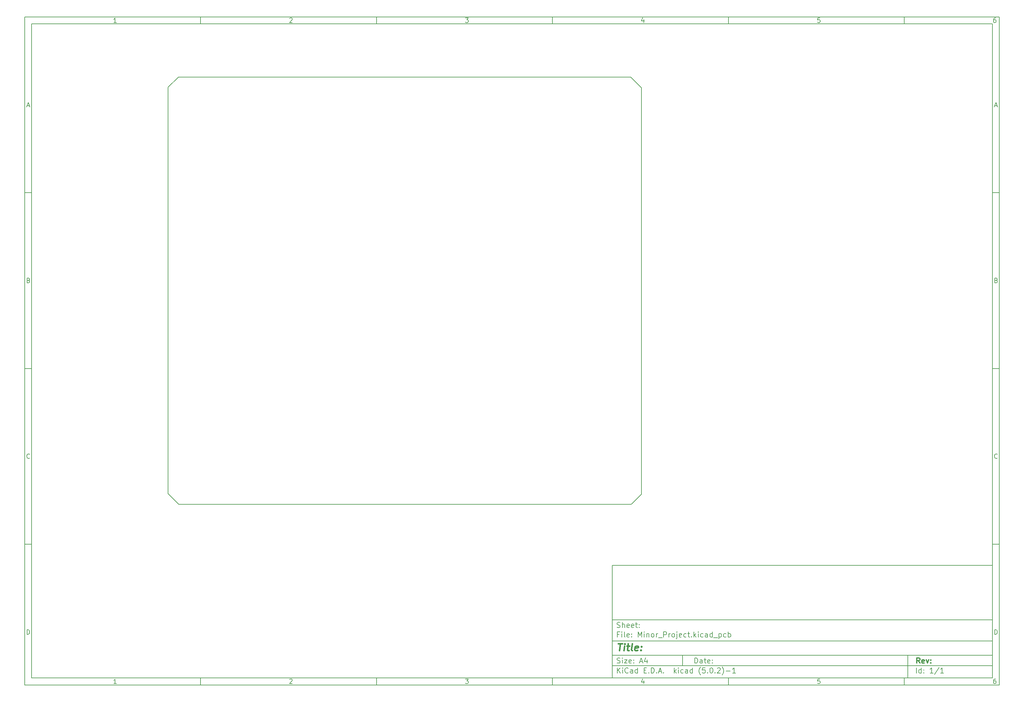
<source format=gbr>
G04 #@! TF.GenerationSoftware,KiCad,Pcbnew,(5.0.2)-1*
G04 #@! TF.CreationDate,2019-08-12T16:14:09+05:45*
G04 #@! TF.ProjectId,Minor_Project,4d696e6f-725f-4507-926f-6a6563742e6b,rev?*
G04 #@! TF.SameCoordinates,Original*
G04 #@! TF.FileFunction,Profile,NP*
%FSLAX46Y46*%
G04 Gerber Fmt 4.6, Leading zero omitted, Abs format (unit mm)*
G04 Created by KiCad (PCBNEW (5.0.2)-1) date 8/12/2019 4:14:09 PM*
%MOMM*%
%LPD*%
G01*
G04 APERTURE LIST*
%ADD10C,0.100000*%
%ADD11C,0.150000*%
%ADD12C,0.300000*%
%ADD13C,0.400000*%
G04 APERTURE END LIST*
D10*
D11*
X177002200Y-166007200D02*
X177002200Y-198007200D01*
X285002200Y-198007200D01*
X285002200Y-166007200D01*
X177002200Y-166007200D01*
D10*
D11*
X10000000Y-10000000D02*
X10000000Y-200007200D01*
X287002200Y-200007200D01*
X287002200Y-10000000D01*
X10000000Y-10000000D01*
D10*
D11*
X12000000Y-12000000D02*
X12000000Y-198007200D01*
X285002200Y-198007200D01*
X285002200Y-12000000D01*
X12000000Y-12000000D01*
D10*
D11*
X60000000Y-12000000D02*
X60000000Y-10000000D01*
D10*
D11*
X110000000Y-12000000D02*
X110000000Y-10000000D01*
D10*
D11*
X160000000Y-12000000D02*
X160000000Y-10000000D01*
D10*
D11*
X210000000Y-12000000D02*
X210000000Y-10000000D01*
D10*
D11*
X260000000Y-12000000D02*
X260000000Y-10000000D01*
D10*
D11*
X36065476Y-11588095D02*
X35322619Y-11588095D01*
X35694047Y-11588095D02*
X35694047Y-10288095D01*
X35570238Y-10473809D01*
X35446428Y-10597619D01*
X35322619Y-10659523D01*
D10*
D11*
X85322619Y-10411904D02*
X85384523Y-10350000D01*
X85508333Y-10288095D01*
X85817857Y-10288095D01*
X85941666Y-10350000D01*
X86003571Y-10411904D01*
X86065476Y-10535714D01*
X86065476Y-10659523D01*
X86003571Y-10845238D01*
X85260714Y-11588095D01*
X86065476Y-11588095D01*
D10*
D11*
X135260714Y-10288095D02*
X136065476Y-10288095D01*
X135632142Y-10783333D01*
X135817857Y-10783333D01*
X135941666Y-10845238D01*
X136003571Y-10907142D01*
X136065476Y-11030952D01*
X136065476Y-11340476D01*
X136003571Y-11464285D01*
X135941666Y-11526190D01*
X135817857Y-11588095D01*
X135446428Y-11588095D01*
X135322619Y-11526190D01*
X135260714Y-11464285D01*
D10*
D11*
X185941666Y-10721428D02*
X185941666Y-11588095D01*
X185632142Y-10226190D02*
X185322619Y-11154761D01*
X186127380Y-11154761D01*
D10*
D11*
X236003571Y-10288095D02*
X235384523Y-10288095D01*
X235322619Y-10907142D01*
X235384523Y-10845238D01*
X235508333Y-10783333D01*
X235817857Y-10783333D01*
X235941666Y-10845238D01*
X236003571Y-10907142D01*
X236065476Y-11030952D01*
X236065476Y-11340476D01*
X236003571Y-11464285D01*
X235941666Y-11526190D01*
X235817857Y-11588095D01*
X235508333Y-11588095D01*
X235384523Y-11526190D01*
X235322619Y-11464285D01*
D10*
D11*
X285941666Y-10288095D02*
X285694047Y-10288095D01*
X285570238Y-10350000D01*
X285508333Y-10411904D01*
X285384523Y-10597619D01*
X285322619Y-10845238D01*
X285322619Y-11340476D01*
X285384523Y-11464285D01*
X285446428Y-11526190D01*
X285570238Y-11588095D01*
X285817857Y-11588095D01*
X285941666Y-11526190D01*
X286003571Y-11464285D01*
X286065476Y-11340476D01*
X286065476Y-11030952D01*
X286003571Y-10907142D01*
X285941666Y-10845238D01*
X285817857Y-10783333D01*
X285570238Y-10783333D01*
X285446428Y-10845238D01*
X285384523Y-10907142D01*
X285322619Y-11030952D01*
D10*
D11*
X60000000Y-198007200D02*
X60000000Y-200007200D01*
D10*
D11*
X110000000Y-198007200D02*
X110000000Y-200007200D01*
D10*
D11*
X160000000Y-198007200D02*
X160000000Y-200007200D01*
D10*
D11*
X210000000Y-198007200D02*
X210000000Y-200007200D01*
D10*
D11*
X260000000Y-198007200D02*
X260000000Y-200007200D01*
D10*
D11*
X36065476Y-199595295D02*
X35322619Y-199595295D01*
X35694047Y-199595295D02*
X35694047Y-198295295D01*
X35570238Y-198481009D01*
X35446428Y-198604819D01*
X35322619Y-198666723D01*
D10*
D11*
X85322619Y-198419104D02*
X85384523Y-198357200D01*
X85508333Y-198295295D01*
X85817857Y-198295295D01*
X85941666Y-198357200D01*
X86003571Y-198419104D01*
X86065476Y-198542914D01*
X86065476Y-198666723D01*
X86003571Y-198852438D01*
X85260714Y-199595295D01*
X86065476Y-199595295D01*
D10*
D11*
X135260714Y-198295295D02*
X136065476Y-198295295D01*
X135632142Y-198790533D01*
X135817857Y-198790533D01*
X135941666Y-198852438D01*
X136003571Y-198914342D01*
X136065476Y-199038152D01*
X136065476Y-199347676D01*
X136003571Y-199471485D01*
X135941666Y-199533390D01*
X135817857Y-199595295D01*
X135446428Y-199595295D01*
X135322619Y-199533390D01*
X135260714Y-199471485D01*
D10*
D11*
X185941666Y-198728628D02*
X185941666Y-199595295D01*
X185632142Y-198233390D02*
X185322619Y-199161961D01*
X186127380Y-199161961D01*
D10*
D11*
X236003571Y-198295295D02*
X235384523Y-198295295D01*
X235322619Y-198914342D01*
X235384523Y-198852438D01*
X235508333Y-198790533D01*
X235817857Y-198790533D01*
X235941666Y-198852438D01*
X236003571Y-198914342D01*
X236065476Y-199038152D01*
X236065476Y-199347676D01*
X236003571Y-199471485D01*
X235941666Y-199533390D01*
X235817857Y-199595295D01*
X235508333Y-199595295D01*
X235384523Y-199533390D01*
X235322619Y-199471485D01*
D10*
D11*
X285941666Y-198295295D02*
X285694047Y-198295295D01*
X285570238Y-198357200D01*
X285508333Y-198419104D01*
X285384523Y-198604819D01*
X285322619Y-198852438D01*
X285322619Y-199347676D01*
X285384523Y-199471485D01*
X285446428Y-199533390D01*
X285570238Y-199595295D01*
X285817857Y-199595295D01*
X285941666Y-199533390D01*
X286003571Y-199471485D01*
X286065476Y-199347676D01*
X286065476Y-199038152D01*
X286003571Y-198914342D01*
X285941666Y-198852438D01*
X285817857Y-198790533D01*
X285570238Y-198790533D01*
X285446428Y-198852438D01*
X285384523Y-198914342D01*
X285322619Y-199038152D01*
D10*
D11*
X10000000Y-60000000D02*
X12000000Y-60000000D01*
D10*
D11*
X10000000Y-110000000D02*
X12000000Y-110000000D01*
D10*
D11*
X10000000Y-160000000D02*
X12000000Y-160000000D01*
D10*
D11*
X10690476Y-35216666D02*
X11309523Y-35216666D01*
X10566666Y-35588095D02*
X11000000Y-34288095D01*
X11433333Y-35588095D01*
D10*
D11*
X11092857Y-84907142D02*
X11278571Y-84969047D01*
X11340476Y-85030952D01*
X11402380Y-85154761D01*
X11402380Y-85340476D01*
X11340476Y-85464285D01*
X11278571Y-85526190D01*
X11154761Y-85588095D01*
X10659523Y-85588095D01*
X10659523Y-84288095D01*
X11092857Y-84288095D01*
X11216666Y-84350000D01*
X11278571Y-84411904D01*
X11340476Y-84535714D01*
X11340476Y-84659523D01*
X11278571Y-84783333D01*
X11216666Y-84845238D01*
X11092857Y-84907142D01*
X10659523Y-84907142D01*
D10*
D11*
X11402380Y-135464285D02*
X11340476Y-135526190D01*
X11154761Y-135588095D01*
X11030952Y-135588095D01*
X10845238Y-135526190D01*
X10721428Y-135402380D01*
X10659523Y-135278571D01*
X10597619Y-135030952D01*
X10597619Y-134845238D01*
X10659523Y-134597619D01*
X10721428Y-134473809D01*
X10845238Y-134350000D01*
X11030952Y-134288095D01*
X11154761Y-134288095D01*
X11340476Y-134350000D01*
X11402380Y-134411904D01*
D10*
D11*
X10659523Y-185588095D02*
X10659523Y-184288095D01*
X10969047Y-184288095D01*
X11154761Y-184350000D01*
X11278571Y-184473809D01*
X11340476Y-184597619D01*
X11402380Y-184845238D01*
X11402380Y-185030952D01*
X11340476Y-185278571D01*
X11278571Y-185402380D01*
X11154761Y-185526190D01*
X10969047Y-185588095D01*
X10659523Y-185588095D01*
D10*
D11*
X287002200Y-60000000D02*
X285002200Y-60000000D01*
D10*
D11*
X287002200Y-110000000D02*
X285002200Y-110000000D01*
D10*
D11*
X287002200Y-160000000D02*
X285002200Y-160000000D01*
D10*
D11*
X285692676Y-35216666D02*
X286311723Y-35216666D01*
X285568866Y-35588095D02*
X286002200Y-34288095D01*
X286435533Y-35588095D01*
D10*
D11*
X286095057Y-84907142D02*
X286280771Y-84969047D01*
X286342676Y-85030952D01*
X286404580Y-85154761D01*
X286404580Y-85340476D01*
X286342676Y-85464285D01*
X286280771Y-85526190D01*
X286156961Y-85588095D01*
X285661723Y-85588095D01*
X285661723Y-84288095D01*
X286095057Y-84288095D01*
X286218866Y-84350000D01*
X286280771Y-84411904D01*
X286342676Y-84535714D01*
X286342676Y-84659523D01*
X286280771Y-84783333D01*
X286218866Y-84845238D01*
X286095057Y-84907142D01*
X285661723Y-84907142D01*
D10*
D11*
X286404580Y-135464285D02*
X286342676Y-135526190D01*
X286156961Y-135588095D01*
X286033152Y-135588095D01*
X285847438Y-135526190D01*
X285723628Y-135402380D01*
X285661723Y-135278571D01*
X285599819Y-135030952D01*
X285599819Y-134845238D01*
X285661723Y-134597619D01*
X285723628Y-134473809D01*
X285847438Y-134350000D01*
X286033152Y-134288095D01*
X286156961Y-134288095D01*
X286342676Y-134350000D01*
X286404580Y-134411904D01*
D10*
D11*
X285661723Y-185588095D02*
X285661723Y-184288095D01*
X285971247Y-184288095D01*
X286156961Y-184350000D01*
X286280771Y-184473809D01*
X286342676Y-184597619D01*
X286404580Y-184845238D01*
X286404580Y-185030952D01*
X286342676Y-185278571D01*
X286280771Y-185402380D01*
X286156961Y-185526190D01*
X285971247Y-185588095D01*
X285661723Y-185588095D01*
D10*
D11*
X200434342Y-193785771D02*
X200434342Y-192285771D01*
X200791485Y-192285771D01*
X201005771Y-192357200D01*
X201148628Y-192500057D01*
X201220057Y-192642914D01*
X201291485Y-192928628D01*
X201291485Y-193142914D01*
X201220057Y-193428628D01*
X201148628Y-193571485D01*
X201005771Y-193714342D01*
X200791485Y-193785771D01*
X200434342Y-193785771D01*
X202577200Y-193785771D02*
X202577200Y-193000057D01*
X202505771Y-192857200D01*
X202362914Y-192785771D01*
X202077200Y-192785771D01*
X201934342Y-192857200D01*
X202577200Y-193714342D02*
X202434342Y-193785771D01*
X202077200Y-193785771D01*
X201934342Y-193714342D01*
X201862914Y-193571485D01*
X201862914Y-193428628D01*
X201934342Y-193285771D01*
X202077200Y-193214342D01*
X202434342Y-193214342D01*
X202577200Y-193142914D01*
X203077200Y-192785771D02*
X203648628Y-192785771D01*
X203291485Y-192285771D02*
X203291485Y-193571485D01*
X203362914Y-193714342D01*
X203505771Y-193785771D01*
X203648628Y-193785771D01*
X204720057Y-193714342D02*
X204577200Y-193785771D01*
X204291485Y-193785771D01*
X204148628Y-193714342D01*
X204077200Y-193571485D01*
X204077200Y-193000057D01*
X204148628Y-192857200D01*
X204291485Y-192785771D01*
X204577200Y-192785771D01*
X204720057Y-192857200D01*
X204791485Y-193000057D01*
X204791485Y-193142914D01*
X204077200Y-193285771D01*
X205434342Y-193642914D02*
X205505771Y-193714342D01*
X205434342Y-193785771D01*
X205362914Y-193714342D01*
X205434342Y-193642914D01*
X205434342Y-193785771D01*
X205434342Y-192857200D02*
X205505771Y-192928628D01*
X205434342Y-193000057D01*
X205362914Y-192928628D01*
X205434342Y-192857200D01*
X205434342Y-193000057D01*
D10*
D11*
X177002200Y-194507200D02*
X285002200Y-194507200D01*
D10*
D11*
X178434342Y-196585771D02*
X178434342Y-195085771D01*
X179291485Y-196585771D02*
X178648628Y-195728628D01*
X179291485Y-195085771D02*
X178434342Y-195942914D01*
X179934342Y-196585771D02*
X179934342Y-195585771D01*
X179934342Y-195085771D02*
X179862914Y-195157200D01*
X179934342Y-195228628D01*
X180005771Y-195157200D01*
X179934342Y-195085771D01*
X179934342Y-195228628D01*
X181505771Y-196442914D02*
X181434342Y-196514342D01*
X181220057Y-196585771D01*
X181077200Y-196585771D01*
X180862914Y-196514342D01*
X180720057Y-196371485D01*
X180648628Y-196228628D01*
X180577200Y-195942914D01*
X180577200Y-195728628D01*
X180648628Y-195442914D01*
X180720057Y-195300057D01*
X180862914Y-195157200D01*
X181077200Y-195085771D01*
X181220057Y-195085771D01*
X181434342Y-195157200D01*
X181505771Y-195228628D01*
X182791485Y-196585771D02*
X182791485Y-195800057D01*
X182720057Y-195657200D01*
X182577200Y-195585771D01*
X182291485Y-195585771D01*
X182148628Y-195657200D01*
X182791485Y-196514342D02*
X182648628Y-196585771D01*
X182291485Y-196585771D01*
X182148628Y-196514342D01*
X182077200Y-196371485D01*
X182077200Y-196228628D01*
X182148628Y-196085771D01*
X182291485Y-196014342D01*
X182648628Y-196014342D01*
X182791485Y-195942914D01*
X184148628Y-196585771D02*
X184148628Y-195085771D01*
X184148628Y-196514342D02*
X184005771Y-196585771D01*
X183720057Y-196585771D01*
X183577200Y-196514342D01*
X183505771Y-196442914D01*
X183434342Y-196300057D01*
X183434342Y-195871485D01*
X183505771Y-195728628D01*
X183577200Y-195657200D01*
X183720057Y-195585771D01*
X184005771Y-195585771D01*
X184148628Y-195657200D01*
X186005771Y-195800057D02*
X186505771Y-195800057D01*
X186720057Y-196585771D02*
X186005771Y-196585771D01*
X186005771Y-195085771D01*
X186720057Y-195085771D01*
X187362914Y-196442914D02*
X187434342Y-196514342D01*
X187362914Y-196585771D01*
X187291485Y-196514342D01*
X187362914Y-196442914D01*
X187362914Y-196585771D01*
X188077200Y-196585771D02*
X188077200Y-195085771D01*
X188434342Y-195085771D01*
X188648628Y-195157200D01*
X188791485Y-195300057D01*
X188862914Y-195442914D01*
X188934342Y-195728628D01*
X188934342Y-195942914D01*
X188862914Y-196228628D01*
X188791485Y-196371485D01*
X188648628Y-196514342D01*
X188434342Y-196585771D01*
X188077200Y-196585771D01*
X189577200Y-196442914D02*
X189648628Y-196514342D01*
X189577200Y-196585771D01*
X189505771Y-196514342D01*
X189577200Y-196442914D01*
X189577200Y-196585771D01*
X190220057Y-196157200D02*
X190934342Y-196157200D01*
X190077200Y-196585771D02*
X190577200Y-195085771D01*
X191077200Y-196585771D01*
X191577200Y-196442914D02*
X191648628Y-196514342D01*
X191577200Y-196585771D01*
X191505771Y-196514342D01*
X191577200Y-196442914D01*
X191577200Y-196585771D01*
X194577200Y-196585771D02*
X194577200Y-195085771D01*
X194720057Y-196014342D02*
X195148628Y-196585771D01*
X195148628Y-195585771D02*
X194577200Y-196157200D01*
X195791485Y-196585771D02*
X195791485Y-195585771D01*
X195791485Y-195085771D02*
X195720057Y-195157200D01*
X195791485Y-195228628D01*
X195862914Y-195157200D01*
X195791485Y-195085771D01*
X195791485Y-195228628D01*
X197148628Y-196514342D02*
X197005771Y-196585771D01*
X196720057Y-196585771D01*
X196577200Y-196514342D01*
X196505771Y-196442914D01*
X196434342Y-196300057D01*
X196434342Y-195871485D01*
X196505771Y-195728628D01*
X196577200Y-195657200D01*
X196720057Y-195585771D01*
X197005771Y-195585771D01*
X197148628Y-195657200D01*
X198434342Y-196585771D02*
X198434342Y-195800057D01*
X198362914Y-195657200D01*
X198220057Y-195585771D01*
X197934342Y-195585771D01*
X197791485Y-195657200D01*
X198434342Y-196514342D02*
X198291485Y-196585771D01*
X197934342Y-196585771D01*
X197791485Y-196514342D01*
X197720057Y-196371485D01*
X197720057Y-196228628D01*
X197791485Y-196085771D01*
X197934342Y-196014342D01*
X198291485Y-196014342D01*
X198434342Y-195942914D01*
X199791485Y-196585771D02*
X199791485Y-195085771D01*
X199791485Y-196514342D02*
X199648628Y-196585771D01*
X199362914Y-196585771D01*
X199220057Y-196514342D01*
X199148628Y-196442914D01*
X199077200Y-196300057D01*
X199077200Y-195871485D01*
X199148628Y-195728628D01*
X199220057Y-195657200D01*
X199362914Y-195585771D01*
X199648628Y-195585771D01*
X199791485Y-195657200D01*
X202077200Y-197157200D02*
X202005771Y-197085771D01*
X201862914Y-196871485D01*
X201791485Y-196728628D01*
X201720057Y-196514342D01*
X201648628Y-196157200D01*
X201648628Y-195871485D01*
X201720057Y-195514342D01*
X201791485Y-195300057D01*
X201862914Y-195157200D01*
X202005771Y-194942914D01*
X202077200Y-194871485D01*
X203362914Y-195085771D02*
X202648628Y-195085771D01*
X202577200Y-195800057D01*
X202648628Y-195728628D01*
X202791485Y-195657200D01*
X203148628Y-195657200D01*
X203291485Y-195728628D01*
X203362914Y-195800057D01*
X203434342Y-195942914D01*
X203434342Y-196300057D01*
X203362914Y-196442914D01*
X203291485Y-196514342D01*
X203148628Y-196585771D01*
X202791485Y-196585771D01*
X202648628Y-196514342D01*
X202577200Y-196442914D01*
X204077200Y-196442914D02*
X204148628Y-196514342D01*
X204077200Y-196585771D01*
X204005771Y-196514342D01*
X204077200Y-196442914D01*
X204077200Y-196585771D01*
X205077200Y-195085771D02*
X205220057Y-195085771D01*
X205362914Y-195157200D01*
X205434342Y-195228628D01*
X205505771Y-195371485D01*
X205577200Y-195657200D01*
X205577200Y-196014342D01*
X205505771Y-196300057D01*
X205434342Y-196442914D01*
X205362914Y-196514342D01*
X205220057Y-196585771D01*
X205077200Y-196585771D01*
X204934342Y-196514342D01*
X204862914Y-196442914D01*
X204791485Y-196300057D01*
X204720057Y-196014342D01*
X204720057Y-195657200D01*
X204791485Y-195371485D01*
X204862914Y-195228628D01*
X204934342Y-195157200D01*
X205077200Y-195085771D01*
X206220057Y-196442914D02*
X206291485Y-196514342D01*
X206220057Y-196585771D01*
X206148628Y-196514342D01*
X206220057Y-196442914D01*
X206220057Y-196585771D01*
X206862914Y-195228628D02*
X206934342Y-195157200D01*
X207077200Y-195085771D01*
X207434342Y-195085771D01*
X207577200Y-195157200D01*
X207648628Y-195228628D01*
X207720057Y-195371485D01*
X207720057Y-195514342D01*
X207648628Y-195728628D01*
X206791485Y-196585771D01*
X207720057Y-196585771D01*
X208220057Y-197157200D02*
X208291485Y-197085771D01*
X208434342Y-196871485D01*
X208505771Y-196728628D01*
X208577200Y-196514342D01*
X208648628Y-196157200D01*
X208648628Y-195871485D01*
X208577200Y-195514342D01*
X208505771Y-195300057D01*
X208434342Y-195157200D01*
X208291485Y-194942914D01*
X208220057Y-194871485D01*
X209362914Y-196014342D02*
X210505771Y-196014342D01*
X212005771Y-196585771D02*
X211148628Y-196585771D01*
X211577200Y-196585771D02*
X211577200Y-195085771D01*
X211434342Y-195300057D01*
X211291485Y-195442914D01*
X211148628Y-195514342D01*
D10*
D11*
X177002200Y-191507200D02*
X285002200Y-191507200D01*
D10*
D12*
X264411485Y-193785771D02*
X263911485Y-193071485D01*
X263554342Y-193785771D02*
X263554342Y-192285771D01*
X264125771Y-192285771D01*
X264268628Y-192357200D01*
X264340057Y-192428628D01*
X264411485Y-192571485D01*
X264411485Y-192785771D01*
X264340057Y-192928628D01*
X264268628Y-193000057D01*
X264125771Y-193071485D01*
X263554342Y-193071485D01*
X265625771Y-193714342D02*
X265482914Y-193785771D01*
X265197200Y-193785771D01*
X265054342Y-193714342D01*
X264982914Y-193571485D01*
X264982914Y-193000057D01*
X265054342Y-192857200D01*
X265197200Y-192785771D01*
X265482914Y-192785771D01*
X265625771Y-192857200D01*
X265697200Y-193000057D01*
X265697200Y-193142914D01*
X264982914Y-193285771D01*
X266197200Y-192785771D02*
X266554342Y-193785771D01*
X266911485Y-192785771D01*
X267482914Y-193642914D02*
X267554342Y-193714342D01*
X267482914Y-193785771D01*
X267411485Y-193714342D01*
X267482914Y-193642914D01*
X267482914Y-193785771D01*
X267482914Y-192857200D02*
X267554342Y-192928628D01*
X267482914Y-193000057D01*
X267411485Y-192928628D01*
X267482914Y-192857200D01*
X267482914Y-193000057D01*
D10*
D11*
X178362914Y-193714342D02*
X178577200Y-193785771D01*
X178934342Y-193785771D01*
X179077200Y-193714342D01*
X179148628Y-193642914D01*
X179220057Y-193500057D01*
X179220057Y-193357200D01*
X179148628Y-193214342D01*
X179077200Y-193142914D01*
X178934342Y-193071485D01*
X178648628Y-193000057D01*
X178505771Y-192928628D01*
X178434342Y-192857200D01*
X178362914Y-192714342D01*
X178362914Y-192571485D01*
X178434342Y-192428628D01*
X178505771Y-192357200D01*
X178648628Y-192285771D01*
X179005771Y-192285771D01*
X179220057Y-192357200D01*
X179862914Y-193785771D02*
X179862914Y-192785771D01*
X179862914Y-192285771D02*
X179791485Y-192357200D01*
X179862914Y-192428628D01*
X179934342Y-192357200D01*
X179862914Y-192285771D01*
X179862914Y-192428628D01*
X180434342Y-192785771D02*
X181220057Y-192785771D01*
X180434342Y-193785771D01*
X181220057Y-193785771D01*
X182362914Y-193714342D02*
X182220057Y-193785771D01*
X181934342Y-193785771D01*
X181791485Y-193714342D01*
X181720057Y-193571485D01*
X181720057Y-193000057D01*
X181791485Y-192857200D01*
X181934342Y-192785771D01*
X182220057Y-192785771D01*
X182362914Y-192857200D01*
X182434342Y-193000057D01*
X182434342Y-193142914D01*
X181720057Y-193285771D01*
X183077200Y-193642914D02*
X183148628Y-193714342D01*
X183077200Y-193785771D01*
X183005771Y-193714342D01*
X183077200Y-193642914D01*
X183077200Y-193785771D01*
X183077200Y-192857200D02*
X183148628Y-192928628D01*
X183077200Y-193000057D01*
X183005771Y-192928628D01*
X183077200Y-192857200D01*
X183077200Y-193000057D01*
X184862914Y-193357200D02*
X185577200Y-193357200D01*
X184720057Y-193785771D02*
X185220057Y-192285771D01*
X185720057Y-193785771D01*
X186862914Y-192785771D02*
X186862914Y-193785771D01*
X186505771Y-192214342D02*
X186148628Y-193285771D01*
X187077200Y-193285771D01*
D10*
D11*
X263434342Y-196585771D02*
X263434342Y-195085771D01*
X264791485Y-196585771D02*
X264791485Y-195085771D01*
X264791485Y-196514342D02*
X264648628Y-196585771D01*
X264362914Y-196585771D01*
X264220057Y-196514342D01*
X264148628Y-196442914D01*
X264077200Y-196300057D01*
X264077200Y-195871485D01*
X264148628Y-195728628D01*
X264220057Y-195657200D01*
X264362914Y-195585771D01*
X264648628Y-195585771D01*
X264791485Y-195657200D01*
X265505771Y-196442914D02*
X265577200Y-196514342D01*
X265505771Y-196585771D01*
X265434342Y-196514342D01*
X265505771Y-196442914D01*
X265505771Y-196585771D01*
X265505771Y-195657200D02*
X265577200Y-195728628D01*
X265505771Y-195800057D01*
X265434342Y-195728628D01*
X265505771Y-195657200D01*
X265505771Y-195800057D01*
X268148628Y-196585771D02*
X267291485Y-196585771D01*
X267720057Y-196585771D02*
X267720057Y-195085771D01*
X267577200Y-195300057D01*
X267434342Y-195442914D01*
X267291485Y-195514342D01*
X269862914Y-195014342D02*
X268577200Y-196942914D01*
X271148628Y-196585771D02*
X270291485Y-196585771D01*
X270720057Y-196585771D02*
X270720057Y-195085771D01*
X270577200Y-195300057D01*
X270434342Y-195442914D01*
X270291485Y-195514342D01*
D10*
D11*
X177002200Y-187507200D02*
X285002200Y-187507200D01*
D10*
D13*
X178714580Y-188211961D02*
X179857438Y-188211961D01*
X179036009Y-190211961D02*
X179286009Y-188211961D01*
X180274104Y-190211961D02*
X180440771Y-188878628D01*
X180524104Y-188211961D02*
X180416961Y-188307200D01*
X180500295Y-188402438D01*
X180607438Y-188307200D01*
X180524104Y-188211961D01*
X180500295Y-188402438D01*
X181107438Y-188878628D02*
X181869342Y-188878628D01*
X181476485Y-188211961D02*
X181262200Y-189926247D01*
X181333628Y-190116723D01*
X181512200Y-190211961D01*
X181702676Y-190211961D01*
X182655057Y-190211961D02*
X182476485Y-190116723D01*
X182405057Y-189926247D01*
X182619342Y-188211961D01*
X184190771Y-190116723D02*
X183988390Y-190211961D01*
X183607438Y-190211961D01*
X183428866Y-190116723D01*
X183357438Y-189926247D01*
X183452676Y-189164342D01*
X183571723Y-188973866D01*
X183774104Y-188878628D01*
X184155057Y-188878628D01*
X184333628Y-188973866D01*
X184405057Y-189164342D01*
X184381247Y-189354819D01*
X183405057Y-189545295D01*
X185155057Y-190021485D02*
X185238390Y-190116723D01*
X185131247Y-190211961D01*
X185047914Y-190116723D01*
X185155057Y-190021485D01*
X185131247Y-190211961D01*
X185286009Y-188973866D02*
X185369342Y-189069104D01*
X185262200Y-189164342D01*
X185178866Y-189069104D01*
X185286009Y-188973866D01*
X185262200Y-189164342D01*
D10*
D11*
X178934342Y-185600057D02*
X178434342Y-185600057D01*
X178434342Y-186385771D02*
X178434342Y-184885771D01*
X179148628Y-184885771D01*
X179720057Y-186385771D02*
X179720057Y-185385771D01*
X179720057Y-184885771D02*
X179648628Y-184957200D01*
X179720057Y-185028628D01*
X179791485Y-184957200D01*
X179720057Y-184885771D01*
X179720057Y-185028628D01*
X180648628Y-186385771D02*
X180505771Y-186314342D01*
X180434342Y-186171485D01*
X180434342Y-184885771D01*
X181791485Y-186314342D02*
X181648628Y-186385771D01*
X181362914Y-186385771D01*
X181220057Y-186314342D01*
X181148628Y-186171485D01*
X181148628Y-185600057D01*
X181220057Y-185457200D01*
X181362914Y-185385771D01*
X181648628Y-185385771D01*
X181791485Y-185457200D01*
X181862914Y-185600057D01*
X181862914Y-185742914D01*
X181148628Y-185885771D01*
X182505771Y-186242914D02*
X182577200Y-186314342D01*
X182505771Y-186385771D01*
X182434342Y-186314342D01*
X182505771Y-186242914D01*
X182505771Y-186385771D01*
X182505771Y-185457200D02*
X182577200Y-185528628D01*
X182505771Y-185600057D01*
X182434342Y-185528628D01*
X182505771Y-185457200D01*
X182505771Y-185600057D01*
X184362914Y-186385771D02*
X184362914Y-184885771D01*
X184862914Y-185957200D01*
X185362914Y-184885771D01*
X185362914Y-186385771D01*
X186077200Y-186385771D02*
X186077200Y-185385771D01*
X186077200Y-184885771D02*
X186005771Y-184957200D01*
X186077200Y-185028628D01*
X186148628Y-184957200D01*
X186077200Y-184885771D01*
X186077200Y-185028628D01*
X186791485Y-185385771D02*
X186791485Y-186385771D01*
X186791485Y-185528628D02*
X186862914Y-185457200D01*
X187005771Y-185385771D01*
X187220057Y-185385771D01*
X187362914Y-185457200D01*
X187434342Y-185600057D01*
X187434342Y-186385771D01*
X188362914Y-186385771D02*
X188220057Y-186314342D01*
X188148628Y-186242914D01*
X188077200Y-186100057D01*
X188077200Y-185671485D01*
X188148628Y-185528628D01*
X188220057Y-185457200D01*
X188362914Y-185385771D01*
X188577200Y-185385771D01*
X188720057Y-185457200D01*
X188791485Y-185528628D01*
X188862914Y-185671485D01*
X188862914Y-186100057D01*
X188791485Y-186242914D01*
X188720057Y-186314342D01*
X188577200Y-186385771D01*
X188362914Y-186385771D01*
X189505771Y-186385771D02*
X189505771Y-185385771D01*
X189505771Y-185671485D02*
X189577200Y-185528628D01*
X189648628Y-185457200D01*
X189791485Y-185385771D01*
X189934342Y-185385771D01*
X190077200Y-186528628D02*
X191220057Y-186528628D01*
X191577200Y-186385771D02*
X191577200Y-184885771D01*
X192148628Y-184885771D01*
X192291485Y-184957200D01*
X192362914Y-185028628D01*
X192434342Y-185171485D01*
X192434342Y-185385771D01*
X192362914Y-185528628D01*
X192291485Y-185600057D01*
X192148628Y-185671485D01*
X191577200Y-185671485D01*
X193077200Y-186385771D02*
X193077200Y-185385771D01*
X193077200Y-185671485D02*
X193148628Y-185528628D01*
X193220057Y-185457200D01*
X193362914Y-185385771D01*
X193505771Y-185385771D01*
X194220057Y-186385771D02*
X194077200Y-186314342D01*
X194005771Y-186242914D01*
X193934342Y-186100057D01*
X193934342Y-185671485D01*
X194005771Y-185528628D01*
X194077200Y-185457200D01*
X194220057Y-185385771D01*
X194434342Y-185385771D01*
X194577200Y-185457200D01*
X194648628Y-185528628D01*
X194720057Y-185671485D01*
X194720057Y-186100057D01*
X194648628Y-186242914D01*
X194577200Y-186314342D01*
X194434342Y-186385771D01*
X194220057Y-186385771D01*
X195362914Y-185385771D02*
X195362914Y-186671485D01*
X195291485Y-186814342D01*
X195148628Y-186885771D01*
X195077200Y-186885771D01*
X195362914Y-184885771D02*
X195291485Y-184957200D01*
X195362914Y-185028628D01*
X195434342Y-184957200D01*
X195362914Y-184885771D01*
X195362914Y-185028628D01*
X196648628Y-186314342D02*
X196505771Y-186385771D01*
X196220057Y-186385771D01*
X196077200Y-186314342D01*
X196005771Y-186171485D01*
X196005771Y-185600057D01*
X196077200Y-185457200D01*
X196220057Y-185385771D01*
X196505771Y-185385771D01*
X196648628Y-185457200D01*
X196720057Y-185600057D01*
X196720057Y-185742914D01*
X196005771Y-185885771D01*
X198005771Y-186314342D02*
X197862914Y-186385771D01*
X197577200Y-186385771D01*
X197434342Y-186314342D01*
X197362914Y-186242914D01*
X197291485Y-186100057D01*
X197291485Y-185671485D01*
X197362914Y-185528628D01*
X197434342Y-185457200D01*
X197577200Y-185385771D01*
X197862914Y-185385771D01*
X198005771Y-185457200D01*
X198434342Y-185385771D02*
X199005771Y-185385771D01*
X198648628Y-184885771D02*
X198648628Y-186171485D01*
X198720057Y-186314342D01*
X198862914Y-186385771D01*
X199005771Y-186385771D01*
X199505771Y-186242914D02*
X199577200Y-186314342D01*
X199505771Y-186385771D01*
X199434342Y-186314342D01*
X199505771Y-186242914D01*
X199505771Y-186385771D01*
X200220057Y-186385771D02*
X200220057Y-184885771D01*
X200362914Y-185814342D02*
X200791485Y-186385771D01*
X200791485Y-185385771D02*
X200220057Y-185957200D01*
X201434342Y-186385771D02*
X201434342Y-185385771D01*
X201434342Y-184885771D02*
X201362914Y-184957200D01*
X201434342Y-185028628D01*
X201505771Y-184957200D01*
X201434342Y-184885771D01*
X201434342Y-185028628D01*
X202791485Y-186314342D02*
X202648628Y-186385771D01*
X202362914Y-186385771D01*
X202220057Y-186314342D01*
X202148628Y-186242914D01*
X202077200Y-186100057D01*
X202077200Y-185671485D01*
X202148628Y-185528628D01*
X202220057Y-185457200D01*
X202362914Y-185385771D01*
X202648628Y-185385771D01*
X202791485Y-185457200D01*
X204077200Y-186385771D02*
X204077200Y-185600057D01*
X204005771Y-185457200D01*
X203862914Y-185385771D01*
X203577200Y-185385771D01*
X203434342Y-185457200D01*
X204077200Y-186314342D02*
X203934342Y-186385771D01*
X203577200Y-186385771D01*
X203434342Y-186314342D01*
X203362914Y-186171485D01*
X203362914Y-186028628D01*
X203434342Y-185885771D01*
X203577200Y-185814342D01*
X203934342Y-185814342D01*
X204077200Y-185742914D01*
X205434342Y-186385771D02*
X205434342Y-184885771D01*
X205434342Y-186314342D02*
X205291485Y-186385771D01*
X205005771Y-186385771D01*
X204862914Y-186314342D01*
X204791485Y-186242914D01*
X204720057Y-186100057D01*
X204720057Y-185671485D01*
X204791485Y-185528628D01*
X204862914Y-185457200D01*
X205005771Y-185385771D01*
X205291485Y-185385771D01*
X205434342Y-185457200D01*
X205791485Y-186528628D02*
X206934342Y-186528628D01*
X207291485Y-185385771D02*
X207291485Y-186885771D01*
X207291485Y-185457200D02*
X207434342Y-185385771D01*
X207720057Y-185385771D01*
X207862914Y-185457200D01*
X207934342Y-185528628D01*
X208005771Y-185671485D01*
X208005771Y-186100057D01*
X207934342Y-186242914D01*
X207862914Y-186314342D01*
X207720057Y-186385771D01*
X207434342Y-186385771D01*
X207291485Y-186314342D01*
X209291485Y-186314342D02*
X209148628Y-186385771D01*
X208862914Y-186385771D01*
X208720057Y-186314342D01*
X208648628Y-186242914D01*
X208577200Y-186100057D01*
X208577200Y-185671485D01*
X208648628Y-185528628D01*
X208720057Y-185457200D01*
X208862914Y-185385771D01*
X209148628Y-185385771D01*
X209291485Y-185457200D01*
X209934342Y-186385771D02*
X209934342Y-184885771D01*
X209934342Y-185457200D02*
X210077200Y-185385771D01*
X210362914Y-185385771D01*
X210505771Y-185457200D01*
X210577200Y-185528628D01*
X210648628Y-185671485D01*
X210648628Y-186100057D01*
X210577200Y-186242914D01*
X210505771Y-186314342D01*
X210362914Y-186385771D01*
X210077200Y-186385771D01*
X209934342Y-186314342D01*
D10*
D11*
X177002200Y-181507200D02*
X285002200Y-181507200D01*
D10*
D11*
X178362914Y-183614342D02*
X178577200Y-183685771D01*
X178934342Y-183685771D01*
X179077200Y-183614342D01*
X179148628Y-183542914D01*
X179220057Y-183400057D01*
X179220057Y-183257200D01*
X179148628Y-183114342D01*
X179077200Y-183042914D01*
X178934342Y-182971485D01*
X178648628Y-182900057D01*
X178505771Y-182828628D01*
X178434342Y-182757200D01*
X178362914Y-182614342D01*
X178362914Y-182471485D01*
X178434342Y-182328628D01*
X178505771Y-182257200D01*
X178648628Y-182185771D01*
X179005771Y-182185771D01*
X179220057Y-182257200D01*
X179862914Y-183685771D02*
X179862914Y-182185771D01*
X180505771Y-183685771D02*
X180505771Y-182900057D01*
X180434342Y-182757200D01*
X180291485Y-182685771D01*
X180077200Y-182685771D01*
X179934342Y-182757200D01*
X179862914Y-182828628D01*
X181791485Y-183614342D02*
X181648628Y-183685771D01*
X181362914Y-183685771D01*
X181220057Y-183614342D01*
X181148628Y-183471485D01*
X181148628Y-182900057D01*
X181220057Y-182757200D01*
X181362914Y-182685771D01*
X181648628Y-182685771D01*
X181791485Y-182757200D01*
X181862914Y-182900057D01*
X181862914Y-183042914D01*
X181148628Y-183185771D01*
X183077200Y-183614342D02*
X182934342Y-183685771D01*
X182648628Y-183685771D01*
X182505771Y-183614342D01*
X182434342Y-183471485D01*
X182434342Y-182900057D01*
X182505771Y-182757200D01*
X182648628Y-182685771D01*
X182934342Y-182685771D01*
X183077200Y-182757200D01*
X183148628Y-182900057D01*
X183148628Y-183042914D01*
X182434342Y-183185771D01*
X183577200Y-182685771D02*
X184148628Y-182685771D01*
X183791485Y-182185771D02*
X183791485Y-183471485D01*
X183862914Y-183614342D01*
X184005771Y-183685771D01*
X184148628Y-183685771D01*
X184648628Y-183542914D02*
X184720057Y-183614342D01*
X184648628Y-183685771D01*
X184577200Y-183614342D01*
X184648628Y-183542914D01*
X184648628Y-183685771D01*
X184648628Y-182757200D02*
X184720057Y-182828628D01*
X184648628Y-182900057D01*
X184577200Y-182828628D01*
X184648628Y-182757200D01*
X184648628Y-182900057D01*
D10*
D11*
X197002200Y-191507200D02*
X197002200Y-194507200D01*
D10*
D11*
X261002200Y-191507200D02*
X261002200Y-198007200D01*
X50749000Y-30011000D02*
X53670000Y-27090000D01*
X50749000Y-30138000D02*
X50749000Y-30011000D01*
X50749000Y-145581000D02*
X50749000Y-30138000D01*
X53797000Y-148629000D02*
X50749000Y-145581000D01*
X53924000Y-148629000D02*
X53797000Y-148629000D01*
X182321000Y-148629000D02*
X53924000Y-148629000D01*
X182448000Y-148502000D02*
X182321000Y-148629000D01*
X185242000Y-145708000D02*
X182448000Y-148502000D01*
X185242000Y-30138000D02*
X185242000Y-145708000D01*
X182194000Y-27090000D02*
X185242000Y-30138000D01*
X53670000Y-27090000D02*
X182194000Y-27090000D01*
M02*

</source>
